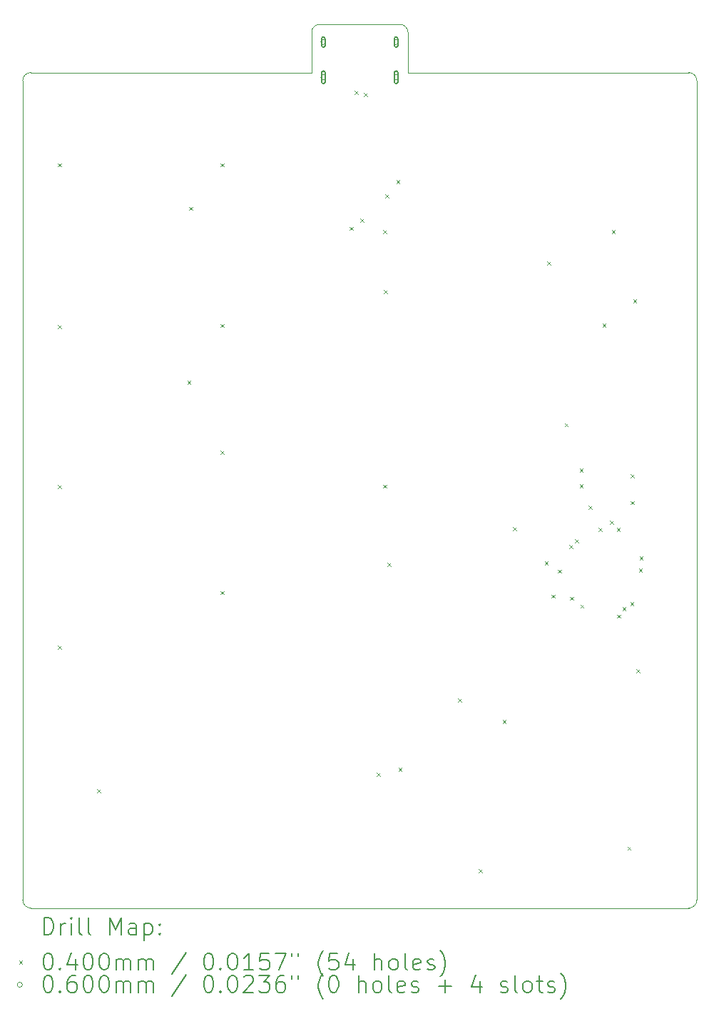
<source format=gbr>
%FSLAX45Y45*%
G04 Gerber Fmt 4.5, Leading zero omitted, Abs format (unit mm)*
G04 Created by KiCad (PCBNEW (6.0.0)) date 2022-02-11 16:13:40*
%MOMM*%
%LPD*%
G01*
G04 APERTURE LIST*
%TA.AperFunction,Profile*%
%ADD10C,0.100000*%
%TD*%
%ADD11C,0.200000*%
%ADD12C,0.040000*%
%ADD13C,0.060000*%
G04 APERTURE END LIST*
D10*
X12763500Y-3143250D02*
X12763500Y-3619500D01*
X13811250Y-3048000D02*
X12858750Y-3048000D01*
X12763500Y-3619500D02*
X9429750Y-3619500D01*
X17240250Y-3619500D02*
X13906500Y-3619500D01*
X17335500Y-3714750D02*
G75*
G03*
X17240250Y-3619500I-95250J0D01*
G01*
X12858750Y-3048000D02*
G75*
G03*
X12763500Y-3143250I0J-95250D01*
G01*
X9429750Y-13525500D02*
X17240250Y-13525500D01*
X17335500Y-13430250D02*
X17335500Y-3714750D01*
X17240250Y-13525500D02*
G75*
G03*
X17335500Y-13430250I0J95250D01*
G01*
X9429750Y-3619500D02*
G75*
G03*
X9334500Y-3714750I0J-95250D01*
G01*
X13906500Y-3619500D02*
X13906500Y-3143250D01*
X9334500Y-3714750D02*
X9334500Y-13430250D01*
X9334500Y-13430250D02*
G75*
G03*
X9429750Y-13525500I95250J0D01*
G01*
X13906500Y-3143250D02*
G75*
G03*
X13811250Y-3048000I-95250J0D01*
G01*
D11*
D12*
X9752000Y-4694000D02*
X9792000Y-4734000D01*
X9792000Y-4694000D02*
X9752000Y-4734000D01*
X9752000Y-6611000D02*
X9792000Y-6651000D01*
X9792000Y-6611000D02*
X9752000Y-6651000D01*
X9752000Y-8509000D02*
X9792000Y-8549000D01*
X9792000Y-8509000D02*
X9752000Y-8549000D01*
X9752000Y-10413000D02*
X9792000Y-10453000D01*
X9792000Y-10413000D02*
X9752000Y-10453000D01*
X10217000Y-12114000D02*
X10257000Y-12154000D01*
X10257000Y-12114000D02*
X10217000Y-12154000D01*
X11288400Y-7274220D02*
X11328400Y-7314220D01*
X11328400Y-7274220D02*
X11288400Y-7314220D01*
X11310750Y-5211730D02*
X11350750Y-5251730D01*
X11350750Y-5211730D02*
X11310750Y-5251730D01*
X11681630Y-4696120D02*
X11721630Y-4736120D01*
X11721630Y-4696120D02*
X11681630Y-4736120D01*
X11681630Y-6601120D02*
X11721630Y-6641120D01*
X11721630Y-6601120D02*
X11681630Y-6641120D01*
X11681630Y-8100520D02*
X11721630Y-8140520D01*
X11721630Y-8100520D02*
X11681630Y-8140520D01*
X11681630Y-9765900D02*
X11721630Y-9805900D01*
X11721630Y-9765900D02*
X11681630Y-9805900D01*
X13212020Y-5448250D02*
X13252020Y-5488250D01*
X13252020Y-5448250D02*
X13212020Y-5488250D01*
X13272150Y-3834720D02*
X13312150Y-3874720D01*
X13312150Y-3834720D02*
X13272150Y-3874720D01*
X13339940Y-5349380D02*
X13379940Y-5389380D01*
X13379940Y-5349380D02*
X13339940Y-5389380D01*
X13383430Y-3862380D02*
X13423430Y-3902380D01*
X13423430Y-3862380D02*
X13383430Y-3902380D01*
X13536510Y-11922630D02*
X13576510Y-11962630D01*
X13576510Y-11922630D02*
X13536510Y-11962630D01*
X13610050Y-8503900D02*
X13650050Y-8543900D01*
X13650050Y-8503900D02*
X13610050Y-8543900D01*
X13612100Y-5483740D02*
X13652100Y-5523740D01*
X13652100Y-5483740D02*
X13612100Y-5523740D01*
X13621280Y-6198400D02*
X13661280Y-6238400D01*
X13661280Y-6198400D02*
X13621280Y-6238400D01*
X13636240Y-5063880D02*
X13676240Y-5103880D01*
X13676240Y-5063880D02*
X13636240Y-5103880D01*
X13665220Y-9431680D02*
X13705220Y-9471680D01*
X13705220Y-9431680D02*
X13665220Y-9471680D01*
X13768380Y-4895950D02*
X13808380Y-4935950D01*
X13808380Y-4895950D02*
X13768380Y-4935950D01*
X13795400Y-11864440D02*
X13835400Y-11904440D01*
X13835400Y-11864440D02*
X13795400Y-11904440D01*
X14502478Y-11039372D02*
X14542478Y-11079372D01*
X14542478Y-11039372D02*
X14502478Y-11079372D01*
X14746970Y-13064210D02*
X14786970Y-13104210D01*
X14786970Y-13064210D02*
X14746970Y-13104210D01*
X15030000Y-11295000D02*
X15070000Y-11335000D01*
X15070000Y-11295000D02*
X15030000Y-11335000D01*
X15153800Y-9008600D02*
X15193800Y-9048600D01*
X15193800Y-9008600D02*
X15153800Y-9048600D01*
X15529950Y-9417820D02*
X15569950Y-9457820D01*
X15569950Y-9417820D02*
X15529950Y-9457820D01*
X15562480Y-5860000D02*
X15602480Y-5900000D01*
X15602480Y-5860000D02*
X15562480Y-5900000D01*
X15610910Y-9808750D02*
X15650910Y-9848750D01*
X15650910Y-9808750D02*
X15610910Y-9848750D01*
X15689390Y-9511920D02*
X15729390Y-9551920D01*
X15729390Y-9511920D02*
X15689390Y-9551920D01*
X15767190Y-7775760D02*
X15807190Y-7815760D01*
X15807190Y-7775760D02*
X15767190Y-7815760D01*
X15819220Y-9222430D02*
X15859220Y-9262430D01*
X15859220Y-9222430D02*
X15819220Y-9262430D01*
X15830810Y-9833800D02*
X15870810Y-9873800D01*
X15870810Y-9833800D02*
X15830810Y-9873800D01*
X15891840Y-9150330D02*
X15931840Y-9190330D01*
X15931840Y-9150330D02*
X15891840Y-9190330D01*
X15945720Y-8500410D02*
X15985720Y-8540410D01*
X15985720Y-8500410D02*
X15945720Y-8540410D01*
X15945800Y-8314690D02*
X15985800Y-8354690D01*
X15985800Y-8314690D02*
X15945800Y-8354690D01*
X15954110Y-9927810D02*
X15994110Y-9967810D01*
X15994110Y-9927810D02*
X15954110Y-9967810D01*
X16047730Y-8751860D02*
X16087730Y-8791860D01*
X16087730Y-8751860D02*
X16047730Y-8791860D01*
X16172150Y-9015260D02*
X16212150Y-9055260D01*
X16212150Y-9015260D02*
X16172150Y-9055260D01*
X16215540Y-6595560D02*
X16255540Y-6635560D01*
X16255540Y-6595560D02*
X16215540Y-6635560D01*
X16303070Y-8934090D02*
X16343070Y-8974090D01*
X16343070Y-8934090D02*
X16303070Y-8974090D01*
X16325930Y-5485300D02*
X16365930Y-5525300D01*
X16365930Y-5485300D02*
X16325930Y-5525300D01*
X16385790Y-9016800D02*
X16425790Y-9056800D01*
X16425790Y-9016800D02*
X16385790Y-9056800D01*
X16389970Y-10045370D02*
X16429970Y-10085370D01*
X16429970Y-10045370D02*
X16389970Y-10085370D01*
X16453710Y-9957490D02*
X16493710Y-9997490D01*
X16493710Y-9957490D02*
X16453710Y-9997490D01*
X16512670Y-12797210D02*
X16552670Y-12837210D01*
X16552670Y-12797210D02*
X16512670Y-12837210D01*
X16546760Y-9900040D02*
X16586760Y-9940040D01*
X16586760Y-9900040D02*
X16546760Y-9940040D01*
X16549660Y-8699395D02*
X16589660Y-8739395D01*
X16589660Y-8699395D02*
X16549660Y-8739395D01*
X16549740Y-8382260D02*
X16589740Y-8422260D01*
X16589740Y-8382260D02*
X16549740Y-8422260D01*
X16580270Y-6305710D02*
X16620270Y-6345710D01*
X16620270Y-6305710D02*
X16580270Y-6345710D01*
X16620500Y-10691200D02*
X16660500Y-10731200D01*
X16660500Y-10691200D02*
X16620500Y-10731200D01*
X16647560Y-9501930D02*
X16687560Y-9541930D01*
X16687560Y-9501930D02*
X16647560Y-9541930D01*
X16655690Y-9353060D02*
X16695690Y-9393060D01*
X16695690Y-9353060D02*
X16655690Y-9393060D01*
D13*
X12933000Y-3257500D02*
G75*
G03*
X12933000Y-3257500I-30000J0D01*
G01*
D11*
X12883000Y-3217500D02*
X12883000Y-3297500D01*
X12923000Y-3217500D02*
X12923000Y-3297500D01*
X12883000Y-3297500D02*
G75*
G03*
X12923000Y-3297500I20000J0D01*
G01*
X12923000Y-3217500D02*
G75*
G03*
X12883000Y-3217500I-20000J0D01*
G01*
D13*
X12933000Y-3674500D02*
G75*
G03*
X12933000Y-3674500I-30000J0D01*
G01*
D11*
X12883000Y-3619500D02*
X12883000Y-3729500D01*
X12923000Y-3619500D02*
X12923000Y-3729500D01*
X12883000Y-3729500D02*
G75*
G03*
X12923000Y-3729500I20000J0D01*
G01*
X12923000Y-3619500D02*
G75*
G03*
X12883000Y-3619500I-20000J0D01*
G01*
D13*
X13797000Y-3257500D02*
G75*
G03*
X13797000Y-3257500I-30000J0D01*
G01*
D11*
X13747000Y-3217500D02*
X13747000Y-3297500D01*
X13787000Y-3217500D02*
X13787000Y-3297500D01*
X13747000Y-3297500D02*
G75*
G03*
X13787000Y-3297500I20000J0D01*
G01*
X13787000Y-3217500D02*
G75*
G03*
X13747000Y-3217500I-20000J0D01*
G01*
D13*
X13797000Y-3674500D02*
G75*
G03*
X13797000Y-3674500I-30000J0D01*
G01*
D11*
X13747000Y-3619500D02*
X13747000Y-3729500D01*
X13787000Y-3619500D02*
X13787000Y-3729500D01*
X13747000Y-3729500D02*
G75*
G03*
X13787000Y-3729500I20000J0D01*
G01*
X13787000Y-3619500D02*
G75*
G03*
X13747000Y-3619500I-20000J0D01*
G01*
X9587119Y-13840976D02*
X9587119Y-13640976D01*
X9634738Y-13640976D01*
X9663310Y-13650500D01*
X9682357Y-13669548D01*
X9691881Y-13688595D01*
X9701405Y-13726690D01*
X9701405Y-13755262D01*
X9691881Y-13793357D01*
X9682357Y-13812405D01*
X9663310Y-13831452D01*
X9634738Y-13840976D01*
X9587119Y-13840976D01*
X9787119Y-13840976D02*
X9787119Y-13707643D01*
X9787119Y-13745738D02*
X9796643Y-13726690D01*
X9806167Y-13717167D01*
X9825214Y-13707643D01*
X9844262Y-13707643D01*
X9910929Y-13840976D02*
X9910929Y-13707643D01*
X9910929Y-13640976D02*
X9901405Y-13650500D01*
X9910929Y-13660024D01*
X9920452Y-13650500D01*
X9910929Y-13640976D01*
X9910929Y-13660024D01*
X10034738Y-13840976D02*
X10015690Y-13831452D01*
X10006167Y-13812405D01*
X10006167Y-13640976D01*
X10139500Y-13840976D02*
X10120452Y-13831452D01*
X10110929Y-13812405D01*
X10110929Y-13640976D01*
X10368071Y-13840976D02*
X10368071Y-13640976D01*
X10434738Y-13783833D01*
X10501405Y-13640976D01*
X10501405Y-13840976D01*
X10682357Y-13840976D02*
X10682357Y-13736214D01*
X10672833Y-13717167D01*
X10653786Y-13707643D01*
X10615690Y-13707643D01*
X10596643Y-13717167D01*
X10682357Y-13831452D02*
X10663310Y-13840976D01*
X10615690Y-13840976D01*
X10596643Y-13831452D01*
X10587119Y-13812405D01*
X10587119Y-13793357D01*
X10596643Y-13774309D01*
X10615690Y-13764786D01*
X10663310Y-13764786D01*
X10682357Y-13755262D01*
X10777595Y-13707643D02*
X10777595Y-13907643D01*
X10777595Y-13717167D02*
X10796643Y-13707643D01*
X10834738Y-13707643D01*
X10853786Y-13717167D01*
X10863310Y-13726690D01*
X10872833Y-13745738D01*
X10872833Y-13802881D01*
X10863310Y-13821928D01*
X10853786Y-13831452D01*
X10834738Y-13840976D01*
X10796643Y-13840976D01*
X10777595Y-13831452D01*
X10958548Y-13821928D02*
X10968071Y-13831452D01*
X10958548Y-13840976D01*
X10949024Y-13831452D01*
X10958548Y-13821928D01*
X10958548Y-13840976D01*
X10958548Y-13717167D02*
X10968071Y-13726690D01*
X10958548Y-13736214D01*
X10949024Y-13726690D01*
X10958548Y-13717167D01*
X10958548Y-13736214D01*
D12*
X9289500Y-14150500D02*
X9329500Y-14190500D01*
X9329500Y-14150500D02*
X9289500Y-14190500D01*
D11*
X9625214Y-14060976D02*
X9644262Y-14060976D01*
X9663310Y-14070500D01*
X9672833Y-14080024D01*
X9682357Y-14099071D01*
X9691881Y-14137167D01*
X9691881Y-14184786D01*
X9682357Y-14222881D01*
X9672833Y-14241928D01*
X9663310Y-14251452D01*
X9644262Y-14260976D01*
X9625214Y-14260976D01*
X9606167Y-14251452D01*
X9596643Y-14241928D01*
X9587119Y-14222881D01*
X9577595Y-14184786D01*
X9577595Y-14137167D01*
X9587119Y-14099071D01*
X9596643Y-14080024D01*
X9606167Y-14070500D01*
X9625214Y-14060976D01*
X9777595Y-14241928D02*
X9787119Y-14251452D01*
X9777595Y-14260976D01*
X9768071Y-14251452D01*
X9777595Y-14241928D01*
X9777595Y-14260976D01*
X9958548Y-14127643D02*
X9958548Y-14260976D01*
X9910929Y-14051452D02*
X9863310Y-14194309D01*
X9987119Y-14194309D01*
X10101405Y-14060976D02*
X10120452Y-14060976D01*
X10139500Y-14070500D01*
X10149024Y-14080024D01*
X10158548Y-14099071D01*
X10168071Y-14137167D01*
X10168071Y-14184786D01*
X10158548Y-14222881D01*
X10149024Y-14241928D01*
X10139500Y-14251452D01*
X10120452Y-14260976D01*
X10101405Y-14260976D01*
X10082357Y-14251452D01*
X10072833Y-14241928D01*
X10063310Y-14222881D01*
X10053786Y-14184786D01*
X10053786Y-14137167D01*
X10063310Y-14099071D01*
X10072833Y-14080024D01*
X10082357Y-14070500D01*
X10101405Y-14060976D01*
X10291881Y-14060976D02*
X10310929Y-14060976D01*
X10329976Y-14070500D01*
X10339500Y-14080024D01*
X10349024Y-14099071D01*
X10358548Y-14137167D01*
X10358548Y-14184786D01*
X10349024Y-14222881D01*
X10339500Y-14241928D01*
X10329976Y-14251452D01*
X10310929Y-14260976D01*
X10291881Y-14260976D01*
X10272833Y-14251452D01*
X10263310Y-14241928D01*
X10253786Y-14222881D01*
X10244262Y-14184786D01*
X10244262Y-14137167D01*
X10253786Y-14099071D01*
X10263310Y-14080024D01*
X10272833Y-14070500D01*
X10291881Y-14060976D01*
X10444262Y-14260976D02*
X10444262Y-14127643D01*
X10444262Y-14146690D02*
X10453786Y-14137167D01*
X10472833Y-14127643D01*
X10501405Y-14127643D01*
X10520452Y-14137167D01*
X10529976Y-14156214D01*
X10529976Y-14260976D01*
X10529976Y-14156214D02*
X10539500Y-14137167D01*
X10558548Y-14127643D01*
X10587119Y-14127643D01*
X10606167Y-14137167D01*
X10615690Y-14156214D01*
X10615690Y-14260976D01*
X10710929Y-14260976D02*
X10710929Y-14127643D01*
X10710929Y-14146690D02*
X10720452Y-14137167D01*
X10739500Y-14127643D01*
X10768071Y-14127643D01*
X10787119Y-14137167D01*
X10796643Y-14156214D01*
X10796643Y-14260976D01*
X10796643Y-14156214D02*
X10806167Y-14137167D01*
X10825214Y-14127643D01*
X10853786Y-14127643D01*
X10872833Y-14137167D01*
X10882357Y-14156214D01*
X10882357Y-14260976D01*
X11272833Y-14051452D02*
X11101405Y-14308595D01*
X11529976Y-14060976D02*
X11549024Y-14060976D01*
X11568071Y-14070500D01*
X11577595Y-14080024D01*
X11587119Y-14099071D01*
X11596643Y-14137167D01*
X11596643Y-14184786D01*
X11587119Y-14222881D01*
X11577595Y-14241928D01*
X11568071Y-14251452D01*
X11549024Y-14260976D01*
X11529976Y-14260976D01*
X11510928Y-14251452D01*
X11501405Y-14241928D01*
X11491881Y-14222881D01*
X11482357Y-14184786D01*
X11482357Y-14137167D01*
X11491881Y-14099071D01*
X11501405Y-14080024D01*
X11510928Y-14070500D01*
X11529976Y-14060976D01*
X11682357Y-14241928D02*
X11691881Y-14251452D01*
X11682357Y-14260976D01*
X11672833Y-14251452D01*
X11682357Y-14241928D01*
X11682357Y-14260976D01*
X11815690Y-14060976D02*
X11834738Y-14060976D01*
X11853786Y-14070500D01*
X11863309Y-14080024D01*
X11872833Y-14099071D01*
X11882357Y-14137167D01*
X11882357Y-14184786D01*
X11872833Y-14222881D01*
X11863309Y-14241928D01*
X11853786Y-14251452D01*
X11834738Y-14260976D01*
X11815690Y-14260976D01*
X11796643Y-14251452D01*
X11787119Y-14241928D01*
X11777595Y-14222881D01*
X11768071Y-14184786D01*
X11768071Y-14137167D01*
X11777595Y-14099071D01*
X11787119Y-14080024D01*
X11796643Y-14070500D01*
X11815690Y-14060976D01*
X12072833Y-14260976D02*
X11958548Y-14260976D01*
X12015690Y-14260976D02*
X12015690Y-14060976D01*
X11996643Y-14089548D01*
X11977595Y-14108595D01*
X11958548Y-14118119D01*
X12253786Y-14060976D02*
X12158548Y-14060976D01*
X12149024Y-14156214D01*
X12158548Y-14146690D01*
X12177595Y-14137167D01*
X12225214Y-14137167D01*
X12244262Y-14146690D01*
X12253786Y-14156214D01*
X12263309Y-14175262D01*
X12263309Y-14222881D01*
X12253786Y-14241928D01*
X12244262Y-14251452D01*
X12225214Y-14260976D01*
X12177595Y-14260976D01*
X12158548Y-14251452D01*
X12149024Y-14241928D01*
X12329976Y-14060976D02*
X12463309Y-14060976D01*
X12377595Y-14260976D01*
X12529976Y-14060976D02*
X12529976Y-14099071D01*
X12606167Y-14060976D02*
X12606167Y-14099071D01*
X12901405Y-14337167D02*
X12891881Y-14327643D01*
X12872833Y-14299071D01*
X12863309Y-14280024D01*
X12853786Y-14251452D01*
X12844262Y-14203833D01*
X12844262Y-14165738D01*
X12853786Y-14118119D01*
X12863309Y-14089548D01*
X12872833Y-14070500D01*
X12891881Y-14041928D01*
X12901405Y-14032405D01*
X13072833Y-14060976D02*
X12977595Y-14060976D01*
X12968071Y-14156214D01*
X12977595Y-14146690D01*
X12996643Y-14137167D01*
X13044262Y-14137167D01*
X13063309Y-14146690D01*
X13072833Y-14156214D01*
X13082357Y-14175262D01*
X13082357Y-14222881D01*
X13072833Y-14241928D01*
X13063309Y-14251452D01*
X13044262Y-14260976D01*
X12996643Y-14260976D01*
X12977595Y-14251452D01*
X12968071Y-14241928D01*
X13253786Y-14127643D02*
X13253786Y-14260976D01*
X13206167Y-14051452D02*
X13158548Y-14194309D01*
X13282357Y-14194309D01*
X13510928Y-14260976D02*
X13510928Y-14060976D01*
X13596643Y-14260976D02*
X13596643Y-14156214D01*
X13587119Y-14137167D01*
X13568071Y-14127643D01*
X13539500Y-14127643D01*
X13520452Y-14137167D01*
X13510928Y-14146690D01*
X13720452Y-14260976D02*
X13701405Y-14251452D01*
X13691881Y-14241928D01*
X13682357Y-14222881D01*
X13682357Y-14165738D01*
X13691881Y-14146690D01*
X13701405Y-14137167D01*
X13720452Y-14127643D01*
X13749024Y-14127643D01*
X13768071Y-14137167D01*
X13777595Y-14146690D01*
X13787119Y-14165738D01*
X13787119Y-14222881D01*
X13777595Y-14241928D01*
X13768071Y-14251452D01*
X13749024Y-14260976D01*
X13720452Y-14260976D01*
X13901405Y-14260976D02*
X13882357Y-14251452D01*
X13872833Y-14232405D01*
X13872833Y-14060976D01*
X14053786Y-14251452D02*
X14034738Y-14260976D01*
X13996643Y-14260976D01*
X13977595Y-14251452D01*
X13968071Y-14232405D01*
X13968071Y-14156214D01*
X13977595Y-14137167D01*
X13996643Y-14127643D01*
X14034738Y-14127643D01*
X14053786Y-14137167D01*
X14063309Y-14156214D01*
X14063309Y-14175262D01*
X13968071Y-14194309D01*
X14139500Y-14251452D02*
X14158548Y-14260976D01*
X14196643Y-14260976D01*
X14215690Y-14251452D01*
X14225214Y-14232405D01*
X14225214Y-14222881D01*
X14215690Y-14203833D01*
X14196643Y-14194309D01*
X14168071Y-14194309D01*
X14149024Y-14184786D01*
X14139500Y-14165738D01*
X14139500Y-14156214D01*
X14149024Y-14137167D01*
X14168071Y-14127643D01*
X14196643Y-14127643D01*
X14215690Y-14137167D01*
X14291881Y-14337167D02*
X14301405Y-14327643D01*
X14320452Y-14299071D01*
X14329976Y-14280024D01*
X14339500Y-14251452D01*
X14349024Y-14203833D01*
X14349024Y-14165738D01*
X14339500Y-14118119D01*
X14329976Y-14089548D01*
X14320452Y-14070500D01*
X14301405Y-14041928D01*
X14291881Y-14032405D01*
D13*
X9329500Y-14434500D02*
G75*
G03*
X9329500Y-14434500I-30000J0D01*
G01*
D11*
X9625214Y-14324976D02*
X9644262Y-14324976D01*
X9663310Y-14334500D01*
X9672833Y-14344024D01*
X9682357Y-14363071D01*
X9691881Y-14401167D01*
X9691881Y-14448786D01*
X9682357Y-14486881D01*
X9672833Y-14505928D01*
X9663310Y-14515452D01*
X9644262Y-14524976D01*
X9625214Y-14524976D01*
X9606167Y-14515452D01*
X9596643Y-14505928D01*
X9587119Y-14486881D01*
X9577595Y-14448786D01*
X9577595Y-14401167D01*
X9587119Y-14363071D01*
X9596643Y-14344024D01*
X9606167Y-14334500D01*
X9625214Y-14324976D01*
X9777595Y-14505928D02*
X9787119Y-14515452D01*
X9777595Y-14524976D01*
X9768071Y-14515452D01*
X9777595Y-14505928D01*
X9777595Y-14524976D01*
X9958548Y-14324976D02*
X9920452Y-14324976D01*
X9901405Y-14334500D01*
X9891881Y-14344024D01*
X9872833Y-14372595D01*
X9863310Y-14410690D01*
X9863310Y-14486881D01*
X9872833Y-14505928D01*
X9882357Y-14515452D01*
X9901405Y-14524976D01*
X9939500Y-14524976D01*
X9958548Y-14515452D01*
X9968071Y-14505928D01*
X9977595Y-14486881D01*
X9977595Y-14439262D01*
X9968071Y-14420214D01*
X9958548Y-14410690D01*
X9939500Y-14401167D01*
X9901405Y-14401167D01*
X9882357Y-14410690D01*
X9872833Y-14420214D01*
X9863310Y-14439262D01*
X10101405Y-14324976D02*
X10120452Y-14324976D01*
X10139500Y-14334500D01*
X10149024Y-14344024D01*
X10158548Y-14363071D01*
X10168071Y-14401167D01*
X10168071Y-14448786D01*
X10158548Y-14486881D01*
X10149024Y-14505928D01*
X10139500Y-14515452D01*
X10120452Y-14524976D01*
X10101405Y-14524976D01*
X10082357Y-14515452D01*
X10072833Y-14505928D01*
X10063310Y-14486881D01*
X10053786Y-14448786D01*
X10053786Y-14401167D01*
X10063310Y-14363071D01*
X10072833Y-14344024D01*
X10082357Y-14334500D01*
X10101405Y-14324976D01*
X10291881Y-14324976D02*
X10310929Y-14324976D01*
X10329976Y-14334500D01*
X10339500Y-14344024D01*
X10349024Y-14363071D01*
X10358548Y-14401167D01*
X10358548Y-14448786D01*
X10349024Y-14486881D01*
X10339500Y-14505928D01*
X10329976Y-14515452D01*
X10310929Y-14524976D01*
X10291881Y-14524976D01*
X10272833Y-14515452D01*
X10263310Y-14505928D01*
X10253786Y-14486881D01*
X10244262Y-14448786D01*
X10244262Y-14401167D01*
X10253786Y-14363071D01*
X10263310Y-14344024D01*
X10272833Y-14334500D01*
X10291881Y-14324976D01*
X10444262Y-14524976D02*
X10444262Y-14391643D01*
X10444262Y-14410690D02*
X10453786Y-14401167D01*
X10472833Y-14391643D01*
X10501405Y-14391643D01*
X10520452Y-14401167D01*
X10529976Y-14420214D01*
X10529976Y-14524976D01*
X10529976Y-14420214D02*
X10539500Y-14401167D01*
X10558548Y-14391643D01*
X10587119Y-14391643D01*
X10606167Y-14401167D01*
X10615690Y-14420214D01*
X10615690Y-14524976D01*
X10710929Y-14524976D02*
X10710929Y-14391643D01*
X10710929Y-14410690D02*
X10720452Y-14401167D01*
X10739500Y-14391643D01*
X10768071Y-14391643D01*
X10787119Y-14401167D01*
X10796643Y-14420214D01*
X10796643Y-14524976D01*
X10796643Y-14420214D02*
X10806167Y-14401167D01*
X10825214Y-14391643D01*
X10853786Y-14391643D01*
X10872833Y-14401167D01*
X10882357Y-14420214D01*
X10882357Y-14524976D01*
X11272833Y-14315452D02*
X11101405Y-14572595D01*
X11529976Y-14324976D02*
X11549024Y-14324976D01*
X11568071Y-14334500D01*
X11577595Y-14344024D01*
X11587119Y-14363071D01*
X11596643Y-14401167D01*
X11596643Y-14448786D01*
X11587119Y-14486881D01*
X11577595Y-14505928D01*
X11568071Y-14515452D01*
X11549024Y-14524976D01*
X11529976Y-14524976D01*
X11510928Y-14515452D01*
X11501405Y-14505928D01*
X11491881Y-14486881D01*
X11482357Y-14448786D01*
X11482357Y-14401167D01*
X11491881Y-14363071D01*
X11501405Y-14344024D01*
X11510928Y-14334500D01*
X11529976Y-14324976D01*
X11682357Y-14505928D02*
X11691881Y-14515452D01*
X11682357Y-14524976D01*
X11672833Y-14515452D01*
X11682357Y-14505928D01*
X11682357Y-14524976D01*
X11815690Y-14324976D02*
X11834738Y-14324976D01*
X11853786Y-14334500D01*
X11863309Y-14344024D01*
X11872833Y-14363071D01*
X11882357Y-14401167D01*
X11882357Y-14448786D01*
X11872833Y-14486881D01*
X11863309Y-14505928D01*
X11853786Y-14515452D01*
X11834738Y-14524976D01*
X11815690Y-14524976D01*
X11796643Y-14515452D01*
X11787119Y-14505928D01*
X11777595Y-14486881D01*
X11768071Y-14448786D01*
X11768071Y-14401167D01*
X11777595Y-14363071D01*
X11787119Y-14344024D01*
X11796643Y-14334500D01*
X11815690Y-14324976D01*
X11958548Y-14344024D02*
X11968071Y-14334500D01*
X11987119Y-14324976D01*
X12034738Y-14324976D01*
X12053786Y-14334500D01*
X12063309Y-14344024D01*
X12072833Y-14363071D01*
X12072833Y-14382119D01*
X12063309Y-14410690D01*
X11949024Y-14524976D01*
X12072833Y-14524976D01*
X12139500Y-14324976D02*
X12263309Y-14324976D01*
X12196643Y-14401167D01*
X12225214Y-14401167D01*
X12244262Y-14410690D01*
X12253786Y-14420214D01*
X12263309Y-14439262D01*
X12263309Y-14486881D01*
X12253786Y-14505928D01*
X12244262Y-14515452D01*
X12225214Y-14524976D01*
X12168071Y-14524976D01*
X12149024Y-14515452D01*
X12139500Y-14505928D01*
X12434738Y-14324976D02*
X12396643Y-14324976D01*
X12377595Y-14334500D01*
X12368071Y-14344024D01*
X12349024Y-14372595D01*
X12339500Y-14410690D01*
X12339500Y-14486881D01*
X12349024Y-14505928D01*
X12358548Y-14515452D01*
X12377595Y-14524976D01*
X12415690Y-14524976D01*
X12434738Y-14515452D01*
X12444262Y-14505928D01*
X12453786Y-14486881D01*
X12453786Y-14439262D01*
X12444262Y-14420214D01*
X12434738Y-14410690D01*
X12415690Y-14401167D01*
X12377595Y-14401167D01*
X12358548Y-14410690D01*
X12349024Y-14420214D01*
X12339500Y-14439262D01*
X12529976Y-14324976D02*
X12529976Y-14363071D01*
X12606167Y-14324976D02*
X12606167Y-14363071D01*
X12901405Y-14601167D02*
X12891881Y-14591643D01*
X12872833Y-14563071D01*
X12863309Y-14544024D01*
X12853786Y-14515452D01*
X12844262Y-14467833D01*
X12844262Y-14429738D01*
X12853786Y-14382119D01*
X12863309Y-14353548D01*
X12872833Y-14334500D01*
X12891881Y-14305928D01*
X12901405Y-14296405D01*
X13015690Y-14324976D02*
X13034738Y-14324976D01*
X13053786Y-14334500D01*
X13063309Y-14344024D01*
X13072833Y-14363071D01*
X13082357Y-14401167D01*
X13082357Y-14448786D01*
X13072833Y-14486881D01*
X13063309Y-14505928D01*
X13053786Y-14515452D01*
X13034738Y-14524976D01*
X13015690Y-14524976D01*
X12996643Y-14515452D01*
X12987119Y-14505928D01*
X12977595Y-14486881D01*
X12968071Y-14448786D01*
X12968071Y-14401167D01*
X12977595Y-14363071D01*
X12987119Y-14344024D01*
X12996643Y-14334500D01*
X13015690Y-14324976D01*
X13320452Y-14524976D02*
X13320452Y-14324976D01*
X13406167Y-14524976D02*
X13406167Y-14420214D01*
X13396643Y-14401167D01*
X13377595Y-14391643D01*
X13349024Y-14391643D01*
X13329976Y-14401167D01*
X13320452Y-14410690D01*
X13529976Y-14524976D02*
X13510928Y-14515452D01*
X13501405Y-14505928D01*
X13491881Y-14486881D01*
X13491881Y-14429738D01*
X13501405Y-14410690D01*
X13510928Y-14401167D01*
X13529976Y-14391643D01*
X13558548Y-14391643D01*
X13577595Y-14401167D01*
X13587119Y-14410690D01*
X13596643Y-14429738D01*
X13596643Y-14486881D01*
X13587119Y-14505928D01*
X13577595Y-14515452D01*
X13558548Y-14524976D01*
X13529976Y-14524976D01*
X13710928Y-14524976D02*
X13691881Y-14515452D01*
X13682357Y-14496405D01*
X13682357Y-14324976D01*
X13863309Y-14515452D02*
X13844262Y-14524976D01*
X13806167Y-14524976D01*
X13787119Y-14515452D01*
X13777595Y-14496405D01*
X13777595Y-14420214D01*
X13787119Y-14401167D01*
X13806167Y-14391643D01*
X13844262Y-14391643D01*
X13863309Y-14401167D01*
X13872833Y-14420214D01*
X13872833Y-14439262D01*
X13777595Y-14458309D01*
X13949024Y-14515452D02*
X13968071Y-14524976D01*
X14006167Y-14524976D01*
X14025214Y-14515452D01*
X14034738Y-14496405D01*
X14034738Y-14486881D01*
X14025214Y-14467833D01*
X14006167Y-14458309D01*
X13977595Y-14458309D01*
X13958548Y-14448786D01*
X13949024Y-14429738D01*
X13949024Y-14420214D01*
X13958548Y-14401167D01*
X13977595Y-14391643D01*
X14006167Y-14391643D01*
X14025214Y-14401167D01*
X14272833Y-14448786D02*
X14425214Y-14448786D01*
X14349024Y-14524976D02*
X14349024Y-14372595D01*
X14758548Y-14391643D02*
X14758548Y-14524976D01*
X14710928Y-14315452D02*
X14663309Y-14458309D01*
X14787119Y-14458309D01*
X15006167Y-14515452D02*
X15025214Y-14524976D01*
X15063309Y-14524976D01*
X15082357Y-14515452D01*
X15091881Y-14496405D01*
X15091881Y-14486881D01*
X15082357Y-14467833D01*
X15063309Y-14458309D01*
X15034738Y-14458309D01*
X15015690Y-14448786D01*
X15006167Y-14429738D01*
X15006167Y-14420214D01*
X15015690Y-14401167D01*
X15034738Y-14391643D01*
X15063309Y-14391643D01*
X15082357Y-14401167D01*
X15206167Y-14524976D02*
X15187119Y-14515452D01*
X15177595Y-14496405D01*
X15177595Y-14324976D01*
X15310928Y-14524976D02*
X15291881Y-14515452D01*
X15282357Y-14505928D01*
X15272833Y-14486881D01*
X15272833Y-14429738D01*
X15282357Y-14410690D01*
X15291881Y-14401167D01*
X15310928Y-14391643D01*
X15339500Y-14391643D01*
X15358548Y-14401167D01*
X15368071Y-14410690D01*
X15377595Y-14429738D01*
X15377595Y-14486881D01*
X15368071Y-14505928D01*
X15358548Y-14515452D01*
X15339500Y-14524976D01*
X15310928Y-14524976D01*
X15434738Y-14391643D02*
X15510928Y-14391643D01*
X15463309Y-14324976D02*
X15463309Y-14496405D01*
X15472833Y-14515452D01*
X15491881Y-14524976D01*
X15510928Y-14524976D01*
X15568071Y-14515452D02*
X15587119Y-14524976D01*
X15625214Y-14524976D01*
X15644262Y-14515452D01*
X15653786Y-14496405D01*
X15653786Y-14486881D01*
X15644262Y-14467833D01*
X15625214Y-14458309D01*
X15596643Y-14458309D01*
X15577595Y-14448786D01*
X15568071Y-14429738D01*
X15568071Y-14420214D01*
X15577595Y-14401167D01*
X15596643Y-14391643D01*
X15625214Y-14391643D01*
X15644262Y-14401167D01*
X15720452Y-14601167D02*
X15729976Y-14591643D01*
X15749024Y-14563071D01*
X15758548Y-14544024D01*
X15768071Y-14515452D01*
X15777595Y-14467833D01*
X15777595Y-14429738D01*
X15768071Y-14382119D01*
X15758548Y-14353548D01*
X15749024Y-14334500D01*
X15729976Y-14305928D01*
X15720452Y-14296405D01*
M02*

</source>
